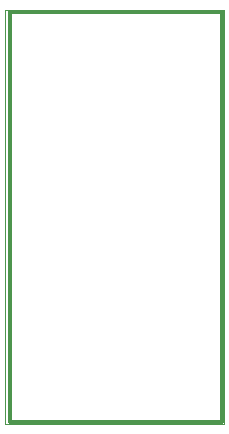
<source format=gbr>
%FSLAX34Y34*%
%MOMM*%
%LNOUTLINE*%
G71*
G01*
%ADD10C,0.002*%
%ADD11C,0.300*%
%LPD*%
G54D10*
X180822Y348436D02*
X-4178Y348436D01*
X-4178Y-1564D01*
X180822Y-1564D01*
X180822Y348436D01*
G54D11*
X179231Y0D02*
X179234Y346833D01*
X128434Y346833D01*
G54D11*
X0Y0D02*
X0Y346869D01*
G54D11*
X128434Y346833D02*
X0Y346869D01*
G54D11*
X179231Y0D02*
X0Y0D01*
M02*

</source>
